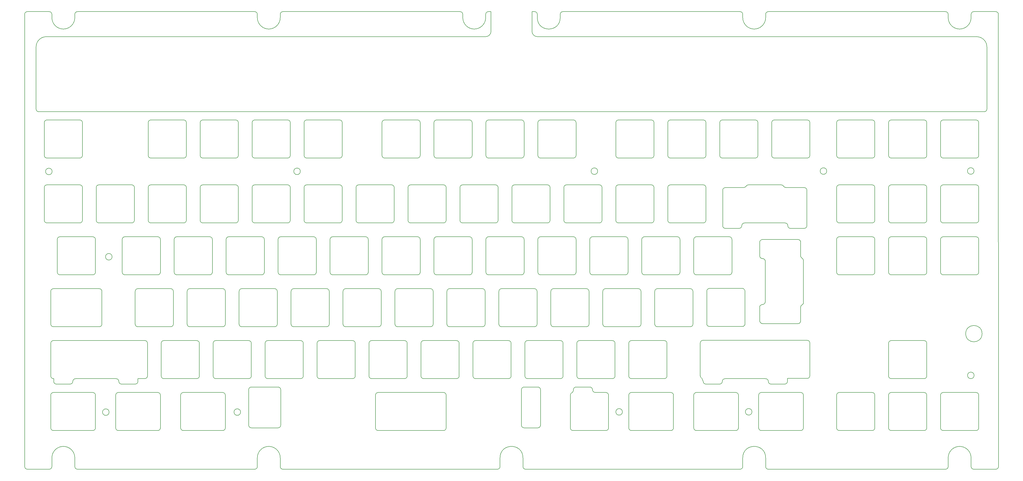
<source format=gbr>
%TF.GenerationSoftware,KiCad,Pcbnew,7.0.5*%
%TF.CreationDate,2023-07-12T21:53:11+02:00*%
%TF.ProjectId,Strata_ISO,53747261-7461-45f4-9953-4f2e6b696361,rev?*%
%TF.SameCoordinates,Original*%
%TF.FileFunction,Profile,NP*%
%FSLAX46Y46*%
G04 Gerber Fmt 4.6, Leading zero omitted, Abs format (unit mm)*
G04 Created by KiCad (PCBNEW 7.0.5) date 2023-07-12 21:53:11*
%MOMM*%
%LPD*%
G01*
G04 APERTURE LIST*
%TA.AperFunction,Profile*%
%ADD10C,0.200000*%
%TD*%
%ADD11C,0.200000*%
G04 APERTURE END LIST*
D10*
X-94985974Y116172946D02*
G75*
G03*
X-94985974Y116172946I-1200000J0D01*
G01*
X-72998752Y84859164D02*
G75*
G03*
X-72998752Y84859164I-1200000J0D01*
G01*
X-74100528Y27839480D02*
G75*
G03*
X-74100528Y27839480I-1200000J0D01*
G01*
X-25900534Y27863554D02*
G75*
G03*
X-25900534Y27863554I-1200000J0D01*
G01*
X-3985986Y116218397D02*
G75*
G03*
X-3985986Y116218397I-1200000J0D01*
G01*
X105014001Y116272838D02*
G75*
G03*
X105014001Y116272838I-1200000J0D01*
G01*
X114099449Y27933478D02*
G75*
G03*
X114099449Y27933478I-1200000J0D01*
G01*
X161599443Y27957202D02*
G75*
G03*
X161599443Y27957202I-1200000J0D01*
G01*
X189013990Y116314792D02*
G75*
G03*
X189013990Y116314792I-1200000J0D01*
G01*
X243013984Y116341763D02*
G75*
G03*
X243013984Y116341763I-1200000J0D01*
G01*
X243051451Y41325772D02*
G75*
G03*
X243051451Y41325772I-1200000J0D01*
G01*
X245969863Y56643295D02*
G75*
G03*
X245969863Y56643295I-3000000J0D01*
G01*
X143183039Y40317054D02*
X143725421Y39115369D01*
X143725368Y39115369D02*
G75*
G03*
X144725416Y38115362I1000005J-2D01*
G01*
X144725416Y38115362D02*
X149725418Y38115331D01*
X149725418Y38115415D02*
G75*
G03*
X150725425Y39115325I55J999952D01*
G01*
X151725432Y40115415D02*
G75*
G03*
X150725425Y39115325I41J-1000048D01*
G01*
X151725432Y40115319D02*
X166601440Y40115224D01*
X167601430Y39115217D02*
G75*
G03*
X166601440Y40115224I-999957J50D01*
G01*
X167601517Y39115217D02*
G75*
G03*
X168601429Y38115211I999956J-50D01*
G01*
X168601429Y38115211D02*
X173601431Y38115179D01*
X173601431Y38115202D02*
G75*
G03*
X174601438Y39115173I42J999965D01*
G01*
X174601438Y39115173D02*
X174601445Y40206226D01*
X174601445Y40206226D02*
X181834426Y40206231D01*
X181834426Y40206314D02*
G75*
G03*
X182834426Y41206232I47J999953D01*
G01*
X182834426Y41206232D02*
X182834417Y53206239D01*
X182834344Y53206239D02*
G75*
G03*
X181834416Y54206238I-999971J28D01*
G01*
X181834416Y54206238D02*
X143640645Y54206212D01*
X143640645Y54206194D02*
G75*
G03*
X142640646Y53206211I28J-1000027D01*
G01*
X142640646Y53206211D02*
X142640654Y41206204D01*
X142640698Y41206204D02*
G75*
G03*
X143183039Y40317054I999975J-37D01*
G01*
X-73197036Y54116758D02*
X-82324317Y54116816D01*
X-82324317Y54116819D02*
G75*
G03*
X-82465895Y54126840I-141210J-989952D01*
G01*
X-82465895Y54126840D02*
X-94485126Y54122755D01*
X-94485126Y54122727D02*
G75*
G03*
X-95484787Y53122755I299J-999960D01*
G01*
X-95484787Y53122755D02*
X-95484787Y41122397D01*
X-95484797Y41122397D02*
G75*
G03*
X-94484440Y40122397I999970J-30D01*
G01*
X-94484440Y40122397D02*
X-94399701Y40122427D01*
X-94399701Y40122427D02*
X-94399707Y39116885D01*
X-94399716Y39116885D02*
G75*
G03*
X-93399713Y38116878I999989J-18D01*
G01*
X-93399713Y38116878D02*
X-88399710Y38116846D01*
X-88399710Y38116843D02*
G75*
G03*
X-87399703Y39116840I-17J1000024D01*
G01*
X-86399696Y40116843D02*
G75*
G03*
X-87399703Y39116840I-31J-999976D01*
G01*
X-86399696Y40116834D02*
X-71523688Y40116740D01*
X-70523754Y39116733D02*
G75*
G03*
X-71523688Y40116740I-999973J34D01*
G01*
X-70523768Y39116733D02*
G75*
G03*
X-69523700Y38116726I1000041J34D01*
G01*
X-69523700Y38116726D02*
X-64523697Y38116694D01*
X-64523697Y38116630D02*
G75*
G03*
X-63523690Y39116688I-30J1000037D01*
G01*
X-63523690Y39116688D02*
X-63523684Y40133132D01*
X-63523684Y40133132D02*
X-61030131Y40133996D01*
X-61030131Y40133918D02*
G75*
G03*
X-60030478Y41134336I-396J1000049D01*
G01*
X-60030478Y41134336D02*
X-60034557Y53134465D01*
X-60034569Y53134465D02*
G75*
G03*
X-61034896Y54134125I-999958J-298D01*
G01*
X-61034896Y54134125D02*
X-73034896Y54130046D01*
X-73034896Y54130052D02*
G75*
G03*
X-73197036Y54116758I369J-999885D01*
G01*
X98394653Y40115658D02*
X110394660Y40115582D01*
X110394660Y40115573D02*
G75*
G03*
X111394667Y41115576I13J999994D01*
G01*
X111394667Y41115576D02*
X111394743Y53115583D01*
X111394796Y53115583D02*
G75*
G03*
X110394749Y54115590I-1000023J-16D01*
G01*
X110394749Y54115590D02*
X98394742Y54115666D01*
X98394742Y54115704D02*
G75*
G03*
X97394736Y53115672I31J-1000037D01*
G01*
X97394736Y53115672D02*
X97394659Y41115665D01*
X97394664Y41115665D02*
G75*
G03*
X98394653Y40115658I1000009J2D01*
G01*
X-20667458Y111266505D02*
G75*
G03*
X-21667465Y110266460I31J-1000038D01*
G01*
X-20667458Y111266454D02*
X-8667452Y111266378D01*
X-7667416Y110266371D02*
G75*
G03*
X-8667452Y111266378I-1000011J-4D01*
G01*
X-7667458Y110266371D02*
X-7667534Y98266365D01*
X-8667541Y97266374D02*
G75*
G03*
X-7667534Y98266365I14J999993D01*
G01*
X-8667541Y97266370D02*
X-20667547Y97266447D01*
X-21667547Y98266454D02*
G75*
G03*
X-20667547Y97266447I1000020J13D01*
G01*
X-21667541Y98266454D02*
X-21667465Y110266460D01*
X11382563Y110266250D02*
G75*
G03*
X10382559Y111266257I-999990J17D01*
G01*
X11382553Y110266250D02*
X11382476Y98266243D01*
X10382469Y97266264D02*
G75*
G03*
X11382476Y98266243I4J1000003D01*
G01*
X10382469Y97266249D02*
X-1617537Y97266326D01*
X-2617568Y98266333D02*
G75*
G03*
X-1617537Y97266326I1000041J34D01*
G01*
X-2617531Y98266333D02*
X-2617455Y110266339D01*
X-1617448Y111266395D02*
G75*
G03*
X-2617455Y110266339I21J-1000028D01*
G01*
X-1617448Y111266333D02*
X10382559Y111266257D01*
X11669810Y72166228D02*
X11669734Y60166221D01*
X11669820Y60166221D02*
G75*
G03*
X12669728Y59166214I999953J-54D01*
G01*
X12669728Y59166214D02*
X24669735Y59166138D01*
X24669735Y59166198D02*
G75*
G03*
X25669742Y60166132I38J999969D01*
G01*
X25669742Y60166132D02*
X25669818Y72166138D01*
X25669751Y72166138D02*
G75*
G03*
X24669824Y73166145I-999978J29D01*
G01*
X24669824Y73166145D02*
X12669817Y73166222D01*
X12669817Y73166230D02*
G75*
G03*
X11669810Y72166228I-44J-999963D01*
G01*
X88869858Y73165788D02*
G75*
G03*
X87869852Y72165743I15J-1000021D01*
G01*
X88869858Y73165737D02*
X100869865Y73165660D01*
X101869866Y72165654D02*
G75*
G03*
X100869865Y73165660I-999993J13D01*
G01*
X101869859Y72165654D02*
X101869783Y60165647D01*
X100869776Y59165657D02*
G75*
G03*
X101869783Y60165647I-3J1000010D01*
G01*
X100869776Y59165653D02*
X88869769Y59165729D01*
X87869735Y60165736D02*
G75*
G03*
X88869769Y59165729I1000038J31D01*
G01*
X87869775Y60165736D02*
X87869852Y72165743D01*
X-26430337Y60166463D02*
G75*
G03*
X-25430292Y59166457I1000010J4D01*
G01*
X-26430286Y60166463D02*
X-26430210Y72166470D01*
X-25430203Y73166450D02*
G75*
G03*
X-26430210Y72166470I-24J-999983D01*
G01*
X-25430203Y73166464D02*
X-13430197Y73166388D01*
X-12430206Y72166381D02*
G75*
G03*
X-13430197Y73166388I-1000021J-14D01*
G01*
X-12430203Y72166381D02*
X-12430279Y60166374D01*
X-13430286Y59166319D02*
G75*
G03*
X-12430279Y60166374I-41J1000048D01*
G01*
X-13430286Y59166380D02*
X-25430292Y59166457D01*
X-56293051Y21066685D02*
G75*
G03*
X-55293045Y22066627I24J999982D01*
G01*
X-56293051Y21066632D02*
X-70674309Y21066724D01*
X-71674370Y22066731D02*
G75*
G03*
X-70674309Y21066724I1000043J36D01*
G01*
X-71674303Y22066731D02*
X-71674227Y34066737D01*
X-70674220Y35066767D02*
G75*
G03*
X-71674227Y34066737I-7J-1000000D01*
G01*
X-70674220Y35066731D02*
X-56292962Y35066640D01*
X-55292954Y34066633D02*
G75*
G03*
X-56292962Y35066640I-999973J34D01*
G01*
X-55292968Y34066633D02*
X-55293045Y22066627D01*
X22194701Y54116146D02*
G75*
G03*
X21194694Y53116157I-28J-999979D01*
G01*
X22194701Y54116151D02*
X34194708Y54116074D01*
X35194680Y53116068D02*
G75*
G03*
X34194708Y54116074I-1000007J-1D01*
G01*
X35194702Y53116068D02*
X35194626Y41116061D01*
X34194619Y40116114D02*
G75*
G03*
X35194626Y41116061I54J999953D01*
G01*
X34194619Y40116067D02*
X22194612Y40116143D01*
X21194549Y41116150D02*
G75*
G03*
X22194612Y40116143I1000024J17D01*
G01*
X21194618Y41116150D02*
X21194694Y53116157D01*
X49482497Y98266001D02*
X49482573Y110266007D01*
X49482620Y110266007D02*
G75*
G03*
X48482579Y111266014I-1000047J-40D01*
G01*
X48482579Y111266014D02*
X36482573Y111266091D01*
X36482573Y111266074D02*
G75*
G03*
X35482566Y110266097I0J-1000007D01*
G01*
X35482566Y110266097D02*
X35482489Y98266090D01*
X35482489Y98266090D02*
G75*
G03*
X36482484Y97266083I999984J-23D01*
G01*
X36482484Y97266083D02*
X48482490Y97266007D01*
X48482490Y97265943D02*
G75*
G03*
X49482497Y98266001I-17J1000024D01*
G01*
X-27717311Y135079012D02*
X-39717317Y135079088D01*
X-39717317Y135079064D02*
G75*
G03*
X-40717324Y134079094I-10J-999997D01*
G01*
X-40717324Y134079094D02*
X-40717400Y122079088D01*
X-40717413Y122079088D02*
G75*
G03*
X-39717406Y121079081I999986J-21D01*
G01*
X-39717406Y121079081D02*
X-27717400Y121079005D01*
X-27717400Y121078933D02*
G75*
G03*
X-26717393Y122078999I-27J1000034D01*
G01*
X-26717393Y122078999D02*
X-26717316Y134079005D01*
X-26717282Y134079005D02*
G75*
G03*
X-27717311Y135079012I-1000045J-38D01*
G01*
X68532507Y98265880D02*
X68532584Y110265886D01*
X68532599Y110265886D02*
G75*
G03*
X67532589Y111265893I-1000026J-19D01*
G01*
X67532589Y111265893D02*
X55532583Y111265970D01*
X55532583Y111265964D02*
G75*
G03*
X54532576Y110265975I-10J-999997D01*
G01*
X54532576Y110265975D02*
X54532500Y98265969D01*
X54532468Y98265969D02*
G75*
G03*
X55532494Y97265962I1000005J-2D01*
G01*
X55532494Y97265962D02*
X67532500Y97265886D01*
X67532500Y97265833D02*
G75*
G03*
X68532507Y98265880I-27J1000034D01*
G01*
X46007640Y121078535D02*
X58007647Y121078459D01*
X58007647Y121078486D02*
G75*
G03*
X59007654Y122078453I26J999981D01*
G01*
X59007654Y122078453D02*
X59007730Y134078460D01*
X59007773Y134078460D02*
G75*
G03*
X58007736Y135078467I-1000000J7D01*
G01*
X58007736Y135078467D02*
X46007729Y135078543D01*
X46007729Y135078518D02*
G75*
G03*
X45007722Y134078549I-56J-999951D01*
G01*
X45007722Y134078549D02*
X45007646Y122078542D01*
X45007641Y122078542D02*
G75*
G03*
X46007640Y121078535I1000032J25D01*
G01*
X-39717469Y111266615D02*
G75*
G03*
X-40717475Y110266581I42J-1000048D01*
G01*
X-39717469Y111266576D02*
X-27717462Y111266499D01*
X-26717395Y110266492D02*
G75*
G03*
X-27717462Y111266499I-1000032J-25D01*
G01*
X-26717468Y110266492D02*
X-26717544Y98266486D01*
X-27717551Y97266484D02*
G75*
G03*
X-26717544Y98266486I24J999983D01*
G01*
X-27717551Y97266492D02*
X-39717558Y97266568D01*
X-40717526Y98266575D02*
G75*
G03*
X-39717558Y97266568I999999J-8D01*
G01*
X-40717552Y98266575D02*
X-40717475Y110266581D01*
X231745241Y121077354D02*
X243745247Y121077277D01*
X243745247Y121077286D02*
G75*
G03*
X244745254Y122077271I26J999981D01*
G01*
X244745254Y122077271D02*
X244745330Y134077278D01*
X244745391Y134077278D02*
G75*
G03*
X243745336Y135077285I-1000018J-11D01*
G01*
X243745336Y135077285D02*
X231745330Y135077361D01*
X231745330Y135077417D02*
G75*
G03*
X230745323Y134077367I43J-1000050D01*
G01*
X230745323Y134077367D02*
X230745246Y122077360D01*
X230745260Y122077360D02*
G75*
G03*
X231745241Y121077354I1000013J7D01*
G01*
X193645220Y121077596D02*
X205645226Y121077520D01*
X205645226Y121077607D02*
G75*
G03*
X206645233Y122077514I47J999960D01*
G01*
X206645233Y122077514D02*
X206645310Y134077520D01*
X206645233Y134077520D02*
G75*
G03*
X205645315Y135077527I-999960J47D01*
G01*
X205645315Y135077527D02*
X193645309Y135077604D01*
X193645309Y135077538D02*
G75*
G03*
X192645302Y134077609I-36J-999971D01*
G01*
X192645302Y134077609D02*
X192645226Y122077603D01*
X192645302Y122077603D02*
G75*
G03*
X193645220Y121077596I999971J-36D01*
G01*
X-46767321Y135079133D02*
X-58767327Y135079210D01*
X-58767327Y135079174D02*
G75*
G03*
X-59767334Y134079216I0J-1000007D01*
G01*
X-59767334Y134079216D02*
X-59767411Y122079209D01*
X-59767392Y122079209D02*
G75*
G03*
X-58767416Y121079202I999965J-42D01*
G01*
X-58767416Y121079202D02*
X-46767410Y121079126D01*
X-46767410Y121079143D02*
G75*
G03*
X-45767403Y122079120I-17J1000024D01*
G01*
X-45767403Y122079120D02*
X-45767327Y134079126D01*
X-45767361Y134079126D02*
G75*
G03*
X-46767321Y135079133I-999966J41D01*
G01*
X-8667389Y121078822D02*
G75*
G03*
X-7667382Y122078878I-38J1000045D01*
G01*
X-8667389Y121078883D02*
X-20667396Y121078960D01*
X-21667434Y122078967D02*
G75*
G03*
X-20667396Y121078960I1000007J0D01*
G01*
X-21667390Y122078967D02*
X-21667314Y134078973D01*
X-20667307Y135078954D02*
G75*
G03*
X-21667314Y134078973I-20J-999987D01*
G01*
X-20667307Y135078967D02*
X-8667300Y135078891D01*
X-7667303Y134078884D02*
G75*
G03*
X-8667300Y135078891I-1000024J-17D01*
G01*
X-7667306Y134078884D02*
X-7667382Y122078878D01*
X212695079Y97264962D02*
X224695085Y97264886D01*
X224695085Y97264848D02*
G75*
G03*
X225695092Y98264880I-12J1000019D01*
G01*
X225695092Y98264880D02*
X225695168Y110264886D01*
X225695199Y110264886D02*
G75*
G03*
X224695174Y111264893I-1000026J-19D01*
G01*
X224695174Y111264893D02*
X212695168Y111264969D01*
X212695168Y111264979D02*
G75*
G03*
X211695161Y110264975I5J-1000012D01*
G01*
X211695161Y110264975D02*
X211695085Y98264969D01*
X211695068Y98264969D02*
G75*
G03*
X212695079Y97264962I1000005J-2D01*
G01*
X-84867493Y111266863D02*
X-96867499Y111266939D01*
X-96867499Y111266936D02*
G75*
G03*
X-97867506Y110266945I-8J-999999D01*
G01*
X-97867506Y110266945D02*
X-97867583Y98266939D01*
X-97867662Y98266939D02*
G75*
G03*
X-96867588Y97266932I1000035J28D01*
G01*
X-96867588Y97266932D02*
X-84867582Y97266855D01*
X-84867582Y97266915D02*
G75*
G03*
X-83867575Y98266850I55J999952D01*
G01*
X-83867575Y98266850D02*
X-83867499Y110266856D01*
X-83867531Y110266856D02*
G75*
G03*
X-84867493Y111266863I-999996J11D01*
G01*
X169832707Y121077748D02*
X181832714Y121077671D01*
X181832714Y121077620D02*
G75*
G03*
X182832720Y122077665I-41J1000047D01*
G01*
X182832720Y122077665D02*
X182832797Y134077672D01*
X182832785Y134077672D02*
G75*
G03*
X181832803Y135077679I-1000012J-5D01*
G01*
X181832803Y135077679D02*
X169832796Y135077755D01*
X169832796Y135077751D02*
G75*
G03*
X168832789Y134077761I-23J-999984D01*
G01*
X168832789Y134077761D02*
X168832713Y122077754D01*
X168832654Y122077754D02*
G75*
G03*
X169832707Y121077748I1000019J13D01*
G01*
X212695230Y121077475D02*
X224695237Y121077398D01*
X224695237Y121077396D02*
G75*
G03*
X225695244Y122077393I36J999971D01*
G01*
X225695244Y122077393D02*
X225695320Y134077399D01*
X225695312Y134077399D02*
G75*
G03*
X224695326Y135077406I-1000039J-32D01*
G01*
X224695326Y135077406D02*
X212695319Y135077482D01*
X212695319Y135077428D02*
G75*
G03*
X211695312Y134077488I-46J-999961D01*
G01*
X211695312Y134077488D02*
X211695236Y122077482D01*
X211695281Y122077482D02*
G75*
G03*
X212695230Y121077475I999992J-15D01*
G01*
X-45767574Y110266614D02*
G75*
G03*
X-46767472Y111266620I-999953J53D01*
G01*
X-45767478Y110266614D02*
X-45767555Y98266607D01*
X-46767561Y97266595D02*
G75*
G03*
X-45767555Y98266607I34J999972D01*
G01*
X-46767561Y97266613D02*
X-58767568Y97266689D01*
X-59767505Y98266696D02*
G75*
G03*
X-58767568Y97266689I999978J-29D01*
G01*
X-59767562Y98266696D02*
X-59767486Y110266703D01*
X-58767479Y111266626D02*
G75*
G03*
X-59767486Y110266703I-48J-999959D01*
G01*
X-58767479Y111266697D02*
X-46767472Y111266620D01*
X205645164Y111265014D02*
X193645157Y111265091D01*
X193645157Y111265089D02*
G75*
G03*
X192645151Y110265097I16J-1000022D01*
G01*
X192645151Y110265097D02*
X192645074Y98265090D01*
X192645089Y98265090D02*
G75*
G03*
X193645068Y97265083I999984J-23D01*
G01*
X193645068Y97265083D02*
X205645075Y97265007D01*
X205645075Y97264958D02*
G75*
G03*
X206645082Y98265001I-2J1000009D01*
G01*
X206645082Y98265001D02*
X206645158Y110265007D01*
X206645220Y110265007D02*
G75*
G03*
X205645164Y111265014I-1000047J-40D01*
G01*
X230745171Y110264854D02*
X230745095Y98264848D01*
X230745047Y98264848D02*
G75*
G03*
X231745089Y97264841I1000026J19D01*
G01*
X231745089Y97264841D02*
X243745095Y97264764D01*
X243745095Y97264738D02*
G75*
G03*
X244745102Y98264759I-22J1000029D01*
G01*
X244745102Y98264759D02*
X244745179Y110264765D01*
X244745178Y110264765D02*
G75*
G03*
X243745185Y111264772I-1000005J2D01*
G01*
X243745185Y111264772D02*
X231745178Y111264848D01*
X231745178Y111264869D02*
G75*
G03*
X230745171Y110264854I-5J-1000002D01*
G01*
X29432569Y111266136D02*
X17432562Y111266212D01*
X17432562Y111266185D02*
G75*
G03*
X16432555Y110266218I11J-1000018D01*
G01*
X16432555Y110266218D02*
X16432479Y98266211D01*
X16432510Y98266211D02*
G75*
G03*
X17432473Y97266204I999963J-44D01*
G01*
X17432473Y97266204D02*
X29432480Y97266128D01*
X29432480Y97266153D02*
G75*
G03*
X30432487Y98266122I-7J1000014D01*
G01*
X30432487Y98266122D02*
X30432563Y110266129D01*
X30432542Y110266129D02*
G75*
G03*
X29432569Y111266136I-999969J38D01*
G01*
X130732769Y134078003D02*
X130732692Y122077997D01*
X130732696Y122077997D02*
G75*
G03*
X131732687Y121077990I999977J-30D01*
G01*
X131732687Y121077990D02*
X143732693Y121077914D01*
X143732693Y121077840D02*
G75*
G03*
X144732700Y122077908I-20J1000027D01*
G01*
X144732700Y122077908D02*
X144732776Y134077914D01*
X144732727Y134077914D02*
G75*
G03*
X143732782Y135077921I-999954J53D01*
G01*
X143732782Y135077921D02*
X131732776Y135077997D01*
X131732776Y135077971D02*
G75*
G03*
X130732769Y134078003I-3J-1000004D01*
G01*
X-92105207Y78216891D02*
X-80105201Y78216815D01*
X-80105201Y78216814D02*
G75*
G03*
X-79105194Y79216809I4J1000003D01*
G01*
X-79105194Y79216809D02*
X-79105117Y91216815D01*
X-79105172Y91216815D02*
G75*
G03*
X-80105112Y92216822I-999955J52D01*
G01*
X-80105112Y92216822D02*
X-92105118Y92216899D01*
X-92105118Y92216895D02*
G75*
G03*
X-93105125Y91216904I-9J-999998D01*
G01*
X-93105125Y91216904D02*
X-93105201Y79216898D01*
X-93105203Y79216898D02*
G75*
G03*
X-92105207Y78216891I999976J-31D01*
G01*
X-64530231Y72166712D02*
X-64530307Y60166706D01*
X-64530295Y60166706D02*
G75*
G03*
X-63530313Y59166699I999968J-39D01*
G01*
X-63530313Y59166699D02*
X-51530306Y59166623D01*
X-51530306Y59166640D02*
G75*
G03*
X-50530300Y60166617I-21J1000027D01*
G01*
X-50530300Y60166617D02*
X-50530223Y72166623D01*
X-50530264Y72166623D02*
G75*
G03*
X-51530217Y73166630I-999963J44D01*
G01*
X-51530217Y73166630D02*
X-63530224Y73166707D01*
X-63530224Y73166671D02*
G75*
G03*
X-64530231Y72166712I-3J-1000004D01*
G01*
X5619724Y59166309D02*
G75*
G03*
X6619731Y60166253I49J999958D01*
G01*
X5619724Y59166259D02*
X-6380282Y59166335D01*
X-7380259Y60166342D02*
G75*
G03*
X-6380282Y59166335I1000032J25D01*
G01*
X-7380276Y60166342D02*
X-7380200Y72166349D01*
X-6380193Y73166340D02*
G75*
G03*
X-7380200Y72166349I-34J-999973D01*
G01*
X-6380193Y73166343D02*
X5619814Y73166267D01*
X6619773Y72166260D02*
G75*
G03*
X5619814Y73166267I-1000000J7D01*
G01*
X6619808Y72166260D02*
X6619731Y60166253D01*
X46007457Y92216090D02*
G75*
G03*
X45007450Y91216026I16J-1000023D01*
G01*
X46007457Y92216020D02*
X58007463Y92215943D01*
X59007449Y91215937D02*
G75*
G03*
X58007463Y92215943I-999976J30D01*
G01*
X59007457Y91215937D02*
X59007381Y79215930D01*
X58007374Y78215959D02*
G75*
G03*
X59007381Y79215930I-1J1000008D01*
G01*
X58007374Y78215936D02*
X46007367Y78216012D01*
X45007418Y79216019D02*
G75*
G03*
X46007367Y78216012I999955J-52D01*
G01*
X45007373Y79216019D02*
X45007450Y91216026D01*
X162782792Y135077800D02*
X150782786Y135077876D01*
X150782786Y135077861D02*
G75*
G03*
X149782779Y134077882I-13J-999994D01*
G01*
X149782779Y134077882D02*
X149782703Y122077876D01*
X149782675Y122077876D02*
G75*
G03*
X150782697Y121077869I999998J-9D01*
G01*
X150782697Y121077869D02*
X162782703Y121077792D01*
X162782703Y121077730D02*
G75*
G03*
X163782710Y122077787I-30J1000037D01*
G01*
X163782710Y122077787D02*
X163782787Y134077793D01*
X163782806Y134077793D02*
G75*
G03*
X162782792Y135077800I-1000033J-26D01*
G01*
X-77817489Y111266816D02*
G75*
G03*
X-78817496Y110266824I-8J-999999D01*
G01*
X-77817489Y111266818D02*
X-65817483Y111266742D01*
X-64817552Y110266735D02*
G75*
G03*
X-65817483Y111266742I-999975J32D01*
G01*
X-64817488Y110266735D02*
X-64817565Y98266728D01*
X-65817572Y97266805D02*
G75*
G03*
X-64817565Y98266728I45J999962D01*
G01*
X-65817572Y97266734D02*
X-77817578Y97266810D01*
X-78817484Y98266817D02*
G75*
G03*
X-77817578Y97266810I999957J-50D01*
G01*
X-78817572Y98266817D02*
X-78817496Y110266824D01*
X105632610Y111265651D02*
X93632603Y111265727D01*
X93632603Y111265743D02*
G75*
G03*
X92632597Y110265733I-30J-999976D01*
G01*
X92632597Y110265733D02*
X92632520Y98265726D01*
X92632426Y98265726D02*
G75*
G03*
X93632514Y97265720I1000047J41D01*
G01*
X93632514Y97265720D02*
X105632521Y97265643D01*
X105632521Y97265712D02*
G75*
G03*
X106632528Y98265637I52J999955D01*
G01*
X106632528Y98265637D02*
X106632604Y110265644D01*
X106632557Y110265644D02*
G75*
G03*
X105632610Y111265651I-999984J23D01*
G01*
X64057397Y79215898D02*
G75*
G03*
X65057378Y78215891I999976J-31D01*
G01*
X64057384Y79215898D02*
X64057460Y91215904D01*
X65057467Y92215880D02*
G75*
G03*
X64057460Y91215904I6J-1000013D01*
G01*
X65057467Y92215899D02*
X77057473Y92215822D01*
X78057428Y91215815D02*
G75*
G03*
X77057473Y92215822I-999955J52D01*
G01*
X78057467Y91215815D02*
X78057391Y79215809D01*
X77057384Y78215749D02*
G75*
G03*
X78057391Y79215809I-11J1000018D01*
G01*
X77057384Y78215815D02*
X65057378Y78215891D01*
X96107395Y78215639D02*
G75*
G03*
X97107401Y79215688I-22J1000028D01*
G01*
X96107395Y78215693D02*
X84107388Y78215770D01*
X83107376Y79215777D02*
G75*
G03*
X84107388Y78215770I999997J-10D01*
G01*
X83107394Y79215777D02*
X83107470Y91215783D01*
X84107477Y92215770D02*
G75*
G03*
X83107470Y91215783I-4J-1000003D01*
G01*
X84107477Y92215777D02*
X96107484Y92215701D01*
X97107507Y91215694D02*
G75*
G03*
X96107484Y92215701I-1000034J-27D01*
G01*
X97107478Y91215694D02*
X97107401Y79215688D01*
X84075860Y36065747D02*
G75*
G03*
X83075876Y37065754I-999987J20D01*
G01*
X84075870Y36065747D02*
X84075787Y23065740D01*
X83075780Y22065753D02*
G75*
G03*
X84075787Y23065740I-7J1000014D01*
G01*
X83075780Y22065746D02*
X78075777Y22065778D01*
X77075784Y23065785D02*
G75*
G03*
X78075777Y22065778I999989J-18D01*
G01*
X77075783Y23065785D02*
X77075866Y36065792D01*
X78075873Y37065774D02*
G75*
G03*
X77075866Y36065792I0J-1000007D01*
G01*
X78075873Y37065786D02*
X83075876Y37065754D01*
X-30192585Y92216431D02*
G75*
G03*
X-31192591Y91216511I-42J-999964D01*
G01*
X-30192585Y92216505D02*
X-18192578Y92216428D01*
X-17192666Y91216421D02*
G75*
G03*
X-18192578Y92216428I-999961J46D01*
G01*
X-17192584Y91216421D02*
X-17192660Y79216415D01*
X-18192667Y78216500D02*
G75*
G03*
X-17192660Y79216415I40J999967D01*
G01*
X-18192667Y78216421D02*
X-30192674Y78216497D01*
X-31192597Y79216504D02*
G75*
G03*
X-30192674Y78216497I999970J-37D01*
G01*
X-31192668Y79216504D02*
X-31192591Y91216511D01*
X116444533Y22065534D02*
G75*
G03*
X117444542Y21065527I1000040J33D01*
G01*
X116444548Y22065534D02*
X116444625Y34065540D01*
X117444631Y35065515D02*
G75*
G03*
X116444625Y34065540I-58J-999948D01*
G01*
X117444631Y35065534D02*
X131825889Y35065443D01*
X132825849Y34065436D02*
G75*
G03*
X131825889Y35065443I-999976J31D01*
G01*
X132825883Y34065436D02*
X132825807Y22065430D01*
X131825800Y21065433D02*
G75*
G03*
X132825807Y22065430I-27J1000034D01*
G01*
X131825800Y21065435D02*
X117444542Y21065527D01*
X244744617Y22064717D02*
X244744694Y34064724D01*
X244744637Y34064724D02*
G75*
G03*
X243744700Y35064731I-999964J43D01*
G01*
X243744700Y35064731D02*
X231744693Y35064807D01*
X231744693Y35064754D02*
G75*
G03*
X230744686Y34064813I-20J-999987D01*
G01*
X230744686Y34064813D02*
X230744610Y22064806D01*
X230744606Y22064806D02*
G75*
G03*
X231744604Y21064800I999967J-39D01*
G01*
X231744604Y21064800D02*
X243744611Y21064723D01*
X243744611Y21064723D02*
G75*
G03*
X244744617Y22064717I-38J1000044D01*
G01*
X16144702Y53116189D02*
G75*
G03*
X15144697Y54116196I-1000029J-22D01*
G01*
X16144692Y53116189D02*
X16144615Y41116182D01*
X15144608Y40116125D02*
G75*
G03*
X16144615Y41116182I-35J1000042D01*
G01*
X15144608Y40116188D02*
X3144602Y40116264D01*
X2144570Y41116271D02*
G75*
G03*
X3144602Y40116264I1000003J-4D01*
G01*
X2144608Y41116271D02*
X2144684Y53116278D01*
X3144691Y54116256D02*
G75*
G03*
X2144684Y53116278I-18J-999989D01*
G01*
X3144691Y54116272D02*
X15144697Y54116196D01*
X79344643Y40115780D02*
X91344650Y40115703D01*
X91344650Y40115684D02*
G75*
G03*
X92344656Y41115697I23J999983D01*
G01*
X92344656Y41115697D02*
X92344733Y53115704D01*
X92344817Y53115704D02*
G75*
G03*
X91344739Y54115711I-1000044J-37D01*
G01*
X91344739Y54115711D02*
X79344732Y54115787D01*
X79344732Y54115815D02*
G75*
G03*
X78344725Y53115793I41J-1000048D01*
G01*
X78344725Y53115793D02*
X78344649Y41115786D01*
X78344686Y41115786D02*
G75*
G03*
X79344643Y40115780I999987J-19D01*
G01*
X77057657Y121078376D02*
G75*
G03*
X78057664Y122078332I16J999991D01*
G01*
X77057657Y121078338D02*
X65057650Y121078414D01*
X64057720Y122078421D02*
G75*
G03*
X65057650Y121078414I999953J-54D01*
G01*
X64057656Y122078421D02*
X64057733Y134078428D01*
X65057740Y135078507D02*
G75*
G03*
X64057733Y134078428I33J-1000040D01*
G01*
X65057740Y135078422D02*
X77057746Y135078345D01*
X78057751Y134078338D02*
G75*
G03*
X77057746Y135078345I-999978J29D01*
G01*
X78057740Y134078338D02*
X78057664Y122078332D01*
X95013363Y34065677D02*
X95013287Y22065670D01*
X95013269Y22065670D02*
G75*
G03*
X96013281Y21065663I1000004J-3D01*
G01*
X96013281Y21065663D02*
X108013287Y21065587D01*
X108013287Y21065546D02*
G75*
G03*
X109013294Y22065581I-14J1000021D01*
G01*
X109013294Y22065581D02*
X109013371Y34065588D01*
X109013400Y34065588D02*
G75*
G03*
X108013376Y35065594I-1000027J-21D01*
G01*
X108013376Y35065594D02*
X104132124Y35065619D01*
X103132125Y36065626D02*
G75*
G03*
X104132124Y35065619I1000048J41D01*
G01*
X103132139Y36065626D02*
G75*
G03*
X102132136Y37065633I-999966J41D01*
G01*
X102132136Y37065633D02*
X97132133Y37065665D01*
X97132133Y37065714D02*
G75*
G03*
X96132126Y36065671I40J-1000047D01*
G01*
X96132126Y36065671D02*
X96132125Y35861053D01*
X95572729Y34963395D02*
G75*
G03*
X96132125Y35861053I-440556J897672D01*
G01*
X95572743Y34963367D02*
G75*
G03*
X95013363Y34065677I440630J-897700D01*
G01*
X69819759Y59165850D02*
X81819766Y59165774D01*
X81819766Y59165768D02*
G75*
G03*
X82819772Y60165768I7J999999D01*
G01*
X82819772Y60165768D02*
X82819849Y72165775D01*
X82819888Y72165775D02*
G75*
G03*
X81819855Y73165782I-1000015J-8D01*
G01*
X81819855Y73165782D02*
X69819848Y73165858D01*
X69819848Y73165899D02*
G75*
G03*
X68819841Y72165864I25J-1000032D01*
G01*
X68819841Y72165864D02*
X68819765Y60165857D01*
X68819756Y60165857D02*
G75*
G03*
X69819759Y59165850I1000017J10D01*
G01*
X116157486Y91215573D02*
G75*
G03*
X115157494Y92215580I-1000013J-6D01*
G01*
X116157488Y91215573D02*
X116157412Y79215566D01*
X115157405Y78215528D02*
G75*
G03*
X116157412Y79215566I-32J1000039D01*
G01*
X115157405Y78215572D02*
X103157398Y78215649D01*
X102157355Y79215656D02*
G75*
G03*
X103157398Y78215649I1000018J11D01*
G01*
X102157404Y79215656D02*
X102157481Y91215662D01*
X103157487Y92215659D02*
G75*
G03*
X102157481Y91215662I-14J-999992D01*
G01*
X103157487Y92215656D02*
X115157494Y92215580D01*
X-45480220Y72166591D02*
X-45480297Y60166585D01*
X-45480316Y60166585D02*
G75*
G03*
X-44480303Y59166578I999989J-18D01*
G01*
X-44480303Y59166578D02*
X-32480296Y59166501D01*
X-32480296Y59166429D02*
G75*
G03*
X-31480289Y60166496I-31J1000038D01*
G01*
X-31480289Y60166496D02*
X-31480213Y72166502D01*
X-31480185Y72166502D02*
G75*
G03*
X-32480207Y73166509I-1000042J-35D01*
G01*
X-32480207Y73166509D02*
X-44480214Y73166585D01*
X-44480214Y73166560D02*
G75*
G03*
X-45480220Y72166591I-13J-999993D01*
G01*
X24575831Y35066216D02*
G75*
G03*
X23575824Y34066131I42J-1000049D01*
G01*
X24575831Y35066125D02*
X48482094Y35065973D01*
X49482079Y34065966D02*
G75*
G03*
X48482094Y35065973I-1000006J1D01*
G01*
X49482088Y34065966D02*
X49482012Y22065960D01*
X48482005Y21065928D02*
G75*
G03*
X49482012Y22065960I-32J1000039D01*
G01*
X48482005Y21065966D02*
X24575742Y21066118D01*
X23575724Y22066125D02*
G75*
G03*
X24575742Y21066118I1000049J42D01*
G01*
X23575748Y22066125D02*
X23575824Y34066131D01*
X6907429Y91216268D02*
X6907353Y79216262D01*
X6907361Y79216262D02*
G75*
G03*
X7907347Y78216255I1000012J5D01*
G01*
X7907347Y78216255D02*
X19907353Y78216178D01*
X19907353Y78216180D02*
G75*
G03*
X20907360Y79216173I20J999987D01*
G01*
X20907360Y79216173D02*
X20907437Y91216179D01*
X20907492Y91216179D02*
G75*
G03*
X19907442Y92216186I-1000019J-12D01*
G01*
X19907442Y92216186D02*
X7907436Y92216262D01*
X7907436Y92216311D02*
G75*
G03*
X6907429Y91216268I37J-1000044D01*
G01*
X-47861714Y34066586D02*
X-47861791Y22066579D01*
X-47861822Y22066579D02*
G75*
G03*
X-46861796Y21066572I999995J-12D01*
G01*
X-46861796Y21066572D02*
X-32480539Y21066481D01*
X-32480539Y21066472D02*
G75*
G03*
X-31480532Y22066475I12J999995D01*
G01*
X-31480532Y22066475D02*
X-31480455Y34066481D01*
X-31480406Y34066481D02*
G75*
G03*
X-32480449Y35066488I-1000021J-14D01*
G01*
X-32480449Y35066488D02*
X-46861707Y35066580D01*
X-46861707Y35066554D02*
G75*
G03*
X-47861714Y34066586I-20J-999987D01*
G01*
X60294722Y54115825D02*
G75*
G03*
X59294715Y53115914I-49J-999958D01*
G01*
X60294722Y54115908D02*
X72294728Y54115832D01*
X73294638Y53115825D02*
G75*
G03*
X72294728Y54115832I-999965J42D01*
G01*
X73294722Y53115825D02*
X73294646Y41115819D01*
X72294639Y40115894D02*
G75*
G03*
X73294646Y41115819I34J999973D01*
G01*
X72294639Y40115824D02*
X60294633Y40115901D01*
X59294707Y41115908D02*
G75*
G03*
X60294633Y40115901I999966J-41D01*
G01*
X59294639Y41115908D02*
X59294715Y53115914D01*
X-22924180Y23066421D02*
G75*
G03*
X-21924277Y22066414I999953J-54D01*
G01*
X-22924271Y23066421D02*
X-22924188Y36066428D01*
X-21924181Y37066428D02*
G75*
G03*
X-22924188Y36066428I-46J-999961D01*
G01*
X-21924181Y37066422D02*
X-12167926Y37066360D01*
X-11167934Y36066353D02*
G75*
G03*
X-12167926Y37066360I-999993J14D01*
G01*
X-11167932Y36066353D02*
X-11168014Y23066346D01*
X-12168021Y22066354D02*
G75*
G03*
X-11168014Y23066346I-6J1000013D01*
G01*
X-12168021Y22066352D02*
X-21924277Y22066414D01*
X193645036Y92215111D02*
G75*
G03*
X192645029Y91215086I37J-1000044D01*
G01*
X193645036Y92215080D02*
X205645043Y92215004D01*
X206645110Y91214997D02*
G75*
G03*
X205645043Y92215004I-1000037J-30D01*
G01*
X206645037Y91214997D02*
X206644961Y79214991D01*
X205644954Y78214979D02*
G75*
G03*
X206644961Y79214991I19J999988D01*
G01*
X205644954Y78214996D02*
X193644947Y78215073D01*
X192644979Y79215080D02*
G75*
G03*
X193644947Y78215073I999994J-13D01*
G01*
X192644953Y79215080D02*
X192645029Y91215086D01*
X224694689Y35064852D02*
X212694683Y35064928D01*
X212694683Y35064964D02*
G75*
G03*
X211694676Y34064934I-10J-999997D01*
G01*
X211694676Y34064934D02*
X211694600Y22064928D01*
X211694527Y22064928D02*
G75*
G03*
X212694594Y21064921I1000046J39D01*
G01*
X212694594Y21064921D02*
X224694600Y21064844D01*
X224694600Y21064833D02*
G75*
G03*
X225694607Y22064839I-27J1000034D01*
G01*
X225694607Y22064839D02*
X225694684Y34064845D01*
X225694658Y34064845D02*
G75*
G03*
X224694689Y35064852I-999985J22D01*
G01*
X-94486822Y21066875D02*
X-80105564Y21066784D01*
X-80105564Y21066797D02*
G75*
G03*
X-79105557Y22066778I37J999970D01*
G01*
X-79105557Y22066778D02*
X-79105481Y34066785D01*
X-79105503Y34066785D02*
G75*
G03*
X-80105475Y35066791I-1000024J-18D01*
G01*
X-80105475Y35066791D02*
X-94486733Y35066883D01*
X-94486733Y35066880D02*
G75*
G03*
X-95486740Y34066889I6J-1000013D01*
G01*
X-95486740Y34066889D02*
X-95486816Y22066882D01*
X-95486819Y22066882D02*
G75*
G03*
X-94486822Y21066875I999992J-15D01*
G01*
X181745556Y96265158D02*
X181745638Y109265165D01*
X181745678Y109265165D02*
G75*
G03*
X180745644Y110265172I-1000005J2D01*
G01*
X180745644Y110265172D02*
X174039691Y110265215D01*
X173173671Y110765222D02*
G75*
G03*
X174039691Y110265215I866002J499945D01*
G01*
X173173675Y110765225D02*
G75*
G03*
X172307646Y111265226I-866002J-499958D01*
G01*
X172307646Y111265226D02*
X160307639Y111265303D01*
X160307639Y111265320D02*
G75*
G03*
X159441610Y110765308I34J-1000053D01*
G01*
X158575581Y110265278D02*
G75*
G03*
X159441610Y110765308I-8J999989D01*
G01*
X158575581Y110265313D02*
X151869629Y110265356D01*
X151869629Y110265318D02*
G75*
G03*
X150869622Y109265362I-56J-999951D01*
G01*
X150869622Y109265362D02*
X150869539Y96265355D01*
X150869554Y96265355D02*
G75*
G03*
X151869533Y95265348I1000019J12D01*
G01*
X151869533Y95265348D02*
X156869536Y95265316D01*
X156869536Y95265297D02*
G75*
G03*
X157869543Y96265310I37J999970D01*
G01*
X158869550Y97265297D02*
G75*
G03*
X157869543Y96265310I23J-1000030D01*
G01*
X158869550Y97265304D02*
X173745558Y97265210D01*
X174745616Y96265203D02*
G75*
G03*
X173745558Y97265210I-1000043J-36D01*
G01*
X174745602Y96265203D02*
G75*
G03*
X175745546Y95265196I999971J-36D01*
G01*
X175745546Y95265196D02*
X180745549Y95265164D01*
X180745549Y95265184D02*
G75*
G03*
X181745556Y96265158I24J999983D01*
G01*
X31719828Y73166019D02*
G75*
G03*
X30719821Y72166106I-55J-999952D01*
G01*
X31719828Y73166100D02*
X43719834Y73166024D01*
X44719830Y72166017D02*
G75*
G03*
X43719834Y73166024I-999957J50D01*
G01*
X44719828Y72166017D02*
X44719752Y60166011D01*
X43719745Y59165988D02*
G75*
G03*
X44719752Y60166011I28J999979D01*
G01*
X43719745Y59166017D02*
X31719739Y59166093D01*
X30719799Y60166100D02*
G75*
G03*
X31719739Y59166093I999974J-33D01*
G01*
X30719744Y60166100D02*
X30719821Y72166106D01*
X126969879Y73165468D02*
G75*
G03*
X125969872Y72165500I-6J-1000001D01*
G01*
X126969879Y73165494D02*
X138969886Y73165418D01*
X139969824Y72165411D02*
G75*
G03*
X138969886Y73165418I-999951J56D01*
G01*
X139969880Y72165411D02*
X139969803Y60165405D01*
X138969796Y59165337D02*
G75*
G03*
X139969803Y60165405I-23J1000030D01*
G01*
X138969796Y59165410D02*
X126969790Y59165487D01*
X125969793Y60165494D02*
G75*
G03*
X126969790Y59165487I999980J-27D01*
G01*
X125969796Y60165494D02*
X125969872Y72165500D01*
X25957439Y91216147D02*
X25957363Y79216140D01*
X25957339Y79216140D02*
G75*
G03*
X26957357Y78216133I1000034J27D01*
G01*
X26957357Y78216133D02*
X38957364Y78216057D01*
X38957364Y78216069D02*
G75*
G03*
X39957371Y79216051I9J999998D01*
G01*
X39957371Y79216051D02*
X39957447Y91216058D01*
X39957471Y91216058D02*
G75*
G03*
X38957453Y92216065I-999998J9D01*
G01*
X38957453Y92216065D02*
X26957446Y92216141D01*
X26957446Y92216201D02*
G75*
G03*
X25957439Y91216147I27J-1000034D01*
G01*
X211694797Y53114944D02*
X211694721Y41114938D01*
X211694637Y41114938D02*
G75*
G03*
X212694715Y40114931I1000036J29D01*
G01*
X212694715Y40114931D02*
X224694722Y40114855D01*
X224694722Y40114912D02*
G75*
G03*
X225694728Y41114849I51J999955D01*
G01*
X225694728Y41114849D02*
X225694805Y53114855D01*
X225694768Y53114855D02*
G75*
G03*
X224694811Y54114862I-999995J12D01*
G01*
X224694811Y54114862D02*
X212694804Y54114939D01*
X212694804Y54114943D02*
G75*
G03*
X211694797Y53114944I-31J-999976D01*
G01*
X141257055Y21065375D02*
X155638313Y21065284D01*
X155638313Y21065220D02*
G75*
G03*
X156638320Y22065278I-40J1000047D01*
G01*
X156638320Y22065278D02*
X156638396Y34065284D01*
X156638397Y34065284D02*
G75*
G03*
X155638402Y35065291I-1000024J-17D01*
G01*
X155638402Y35065291D02*
X141257144Y35065383D01*
X141257144Y35065403D02*
G75*
G03*
X140257137Y34065389I29J-1000036D01*
G01*
X140257137Y34065389D02*
X140257061Y22065382D01*
X140257081Y22065382D02*
G75*
G03*
X141257055Y21065375I999992J-15D01*
G01*
X117444664Y40115537D02*
X129444670Y40115461D01*
X129444670Y40115463D02*
G75*
G03*
X130444677Y41115455I3J1000004D01*
G01*
X130444677Y41115455D02*
X130444753Y53115461D01*
X130444774Y53115461D02*
G75*
G03*
X129444759Y54115468I-1000001J6D01*
G01*
X129444759Y54115468D02*
X117444753Y54115545D01*
X117444753Y54115594D02*
G75*
G03*
X116444746Y53115551I20J-1000027D01*
G01*
X116444746Y53115551D02*
X116444669Y41115544D01*
X116444643Y41115544D02*
G75*
G03*
X117444664Y40115537I1000030J23D01*
G01*
X-35955337Y53116520D02*
X-35955413Y41116514D01*
X-35955387Y41116514D02*
G75*
G03*
X-34955419Y40116507I999960J-47D01*
G01*
X-34955419Y40116507D02*
X-22955412Y40116431D01*
X-22955412Y40116445D02*
G75*
G03*
X-21955405Y41116425I-15J1000022D01*
G01*
X-21955405Y41116425D02*
X-21955329Y53116431D01*
X-21955356Y53116431D02*
G75*
G03*
X-22955323Y54116438I-999971J36D01*
G01*
X-22955323Y54116438D02*
X-34955330Y54116514D01*
X-34955330Y54116477D02*
G75*
G03*
X-35955337Y53116520I3J-1000010D01*
G01*
X54244659Y53115946D02*
G75*
G03*
X53244718Y54115953I-999986J21D01*
G01*
X54244712Y53115946D02*
X54244636Y41115940D01*
X53244629Y40116004D02*
G75*
G03*
X54244636Y41115940I44J999963D01*
G01*
X53244629Y40115946D02*
X41244622Y40116022D01*
X40244628Y41116029D02*
G75*
G03*
X41244622Y40116022I1000045J38D01*
G01*
X40244628Y41116029D02*
X40244705Y53116035D01*
X41244712Y54116035D02*
G75*
G03*
X40244705Y53116035I-39J-999968D01*
G01*
X41244712Y54116030D02*
X53244718Y54115953D01*
X-94486580Y59166896D02*
X-77724071Y59166789D01*
X-77724071Y59166804D02*
G75*
G03*
X-76724064Y60166783I44J999963D01*
G01*
X-76724064Y60166783D02*
X-76723987Y72166790D01*
X-76723997Y72166790D02*
G75*
G03*
X-77723981Y73166797I-1000030J-23D01*
G01*
X-77723981Y73166797D02*
X-94486491Y73166904D01*
X-94486491Y73166907D02*
G75*
G03*
X-95486497Y72166909I-6J-1000000D01*
G01*
X-95486497Y72166909D02*
X-95486574Y60166903D01*
X-95486498Y60166903D02*
G75*
G03*
X-94486580Y59166896I999971J-36D01*
G01*
X-12142581Y91216389D02*
X-12142658Y79216383D01*
X-12142618Y79216383D02*
G75*
G03*
X-11142663Y78216376I999991J-16D01*
G01*
X-11142663Y78216376D02*
X857343Y78216300D01*
X857343Y78216290D02*
G75*
G03*
X1857350Y79216294I30J999977D01*
G01*
X1857350Y79216294D02*
X1857426Y91216300D01*
X1857513Y91216300D02*
G75*
G03*
X857432Y92216307I-1000040J-33D01*
G01*
X857432Y92216307D02*
X-11142574Y92216383D01*
X-11142574Y92216321D02*
G75*
G03*
X-12142581Y91216389I-53J-999954D01*
G01*
X-55005347Y53116641D02*
X-55005423Y41116635D01*
X-55005466Y41116635D02*
G75*
G03*
X-54005429Y40116628I1000039J32D01*
G01*
X-54005429Y40116628D02*
X-42005422Y40116552D01*
X-42005422Y40116556D02*
G75*
G03*
X-41005416Y41116546I-5J1000011D01*
G01*
X-41005416Y41116546D02*
X-41005339Y53116552D01*
X-41005335Y53116552D02*
G75*
G03*
X-42005333Y54116559I-999992J15D01*
G01*
X-42005333Y54116559D02*
X-54005340Y54116636D01*
X-54005340Y54116687D02*
G75*
G03*
X-55005347Y53116641I13J-1000020D01*
G01*
X154257443Y91215330D02*
G75*
G03*
X153257514Y92215337I-999970J37D01*
G01*
X154257509Y91215330D02*
X154257432Y79215324D01*
X153257425Y78215408D02*
G75*
G03*
X154257432Y79215324I48J999959D01*
G01*
X153257425Y78215330D02*
X141257419Y78215406D01*
X140257512Y79215413D02*
G75*
G03*
X141257419Y78215406I999961J-46D01*
G01*
X140257425Y79215413D02*
X140257501Y91215420D01*
X141257508Y92215339D02*
G75*
G03*
X140257501Y91215420I-35J-999972D01*
G01*
X141257508Y92215414D02*
X153257514Y92215337D01*
X-49242595Y92216642D02*
G75*
G03*
X-50242602Y91216632I-32J-999975D01*
G01*
X-49242595Y92216626D02*
X-37242588Y92216550D01*
X-36242644Y91216543D02*
G75*
G03*
X-37242588Y92216550I-999983J24D01*
G01*
X-36242594Y91216543D02*
X-36242671Y79216536D01*
X-37242677Y78216611D02*
G75*
G03*
X-36242671Y79216536I50J999956D01*
G01*
X-37242677Y78216542D02*
X-49242684Y78216618D01*
X-50242776Y79216625D02*
G75*
G03*
X-49242684Y78216618I1000049J42D01*
G01*
X-50242678Y79216625D02*
X-50242602Y91216632D01*
X206644679Y34064966D02*
G75*
G03*
X205644679Y35064973I-1000006J1D01*
G01*
X206644673Y34064966D02*
X206644597Y22064960D01*
X205644590Y21064943D02*
G75*
G03*
X206644597Y22064960I-17J1000024D01*
G01*
X205644590Y21064966D02*
X193644584Y21065042D01*
X192644548Y22065049D02*
G75*
G03*
X193644584Y21065042I1000025J18D01*
G01*
X192644589Y22065049D02*
X192644666Y34065055D01*
X193644673Y35065074D02*
G75*
G03*
X192644666Y34065055I0J-1000007D01*
G01*
X193644673Y35065050D02*
X205644679Y35064973D01*
X111682607Y110265612D02*
X111682531Y98265605D01*
X111682604Y98265605D02*
G75*
G03*
X112682525Y97265598I999969J-38D01*
G01*
X112682525Y97265598D02*
X124682531Y97265522D01*
X124682531Y97265602D02*
G75*
G03*
X125682538Y98265516I42J999965D01*
G01*
X125682538Y98265516D02*
X125682614Y110265523D01*
X125682535Y110265523D02*
G75*
G03*
X124682620Y111265529I-999962J44D01*
G01*
X124682620Y111265529D02*
X112682614Y111265606D01*
X112682614Y111265533D02*
G75*
G03*
X111682607Y110265612I-41J-999966D01*
G01*
X164069650Y34065237D02*
X164069574Y22065231D01*
X164069530Y22065231D02*
G75*
G03*
X165069568Y21065224I1000043J36D01*
G01*
X165069568Y21065224D02*
X179450826Y21065132D01*
X179450826Y21065207D02*
G75*
G03*
X180450833Y22065126I47J999960D01*
G01*
X180450833Y22065126D02*
X180450909Y34065133D01*
X180450846Y34065133D02*
G75*
G03*
X179450915Y35065140I-999973J34D01*
G01*
X179450915Y35065140D02*
X165069657Y35065231D01*
X165069657Y35065290D02*
G75*
G03*
X164069650Y34065237I16J-1000023D01*
G01*
X87582578Y110265765D02*
G75*
G03*
X86582600Y111265772I-1000005J2D01*
G01*
X87582594Y110265765D02*
X87582518Y98265759D01*
X86582511Y97265722D02*
G75*
G03*
X87582518Y98265759I-38J1000045D01*
G01*
X86582511Y97265764D02*
X74582504Y97265841D01*
X73582447Y98265848D02*
G75*
G03*
X74582504Y97265841I1000026J19D01*
G01*
X73582510Y98265848D02*
X73582586Y110265854D01*
X74582593Y111265854D02*
G75*
G03*
X73582586Y110265854I-20J-999987D01*
G01*
X74582593Y111265848D02*
X86582600Y111265772D01*
X143732541Y97265392D02*
G75*
G03*
X144732548Y98265395I32J999975D01*
G01*
X143732541Y97265401D02*
X131732535Y97265477D01*
X130732583Y98265484D02*
G75*
G03*
X131732535Y97265477I999990J-17D01*
G01*
X130732541Y98265484D02*
X130732617Y110265490D01*
X131732624Y111265423D02*
G75*
G03*
X130732617Y110265490I-51J-999956D01*
G01*
X131732624Y111265485D02*
X143732631Y111265408D01*
X144732714Y110265401D02*
G75*
G03*
X143732631Y111265408I-1000041J-34D01*
G01*
X144732625Y110265401D02*
X144732548Y98265395D01*
X-69292612Y91216753D02*
X-69292688Y79216746D01*
X-69292754Y79216746D02*
G75*
G03*
X-68292694Y78216740I1000027J21D01*
G01*
X-68292694Y78216740D02*
X-56292688Y78216663D01*
X-56292688Y78216621D02*
G75*
G03*
X-55292681Y79216657I-39J1000046D01*
G01*
X-55292681Y79216657D02*
X-55292605Y91216664D01*
X-55292623Y91216664D02*
G75*
G03*
X-56292599Y92216671I-1000004J3D01*
G01*
X-56292599Y92216671D02*
X-68292605Y92216747D01*
X-68292605Y92216752D02*
G75*
G03*
X-69292612Y91216753I-22J-999985D01*
G01*
X211694958Y79214959D02*
G75*
G03*
X212694957Y78214952I1000015J8D01*
G01*
X211694963Y79214959D02*
X211695040Y91214965D01*
X212695047Y92215000D02*
G75*
G03*
X211695040Y91214965I26J-1000033D01*
G01*
X212695047Y92214959D02*
X224695053Y92214883D01*
X225695089Y91214876D02*
G75*
G03*
X224695053Y92214883I-1000016J-9D01*
G01*
X225695047Y91214876D02*
X225694971Y79214869D01*
X224694964Y78214869D02*
G75*
G03*
X225694971Y79214869I9J999998D01*
G01*
X224694964Y78214875D02*
X212694957Y78214952D01*
X121207333Y79215534D02*
G75*
G03*
X122207409Y78215527I1000040J33D01*
G01*
X121207414Y79215534D02*
X121207491Y91215541D01*
X122207498Y92215549D02*
G75*
G03*
X121207491Y91215541I-25J-999982D01*
G01*
X122207498Y92215535D02*
X134207504Y92215459D01*
X135207465Y91215452D02*
G75*
G03*
X134207504Y92215459I-999992J15D01*
G01*
X135207498Y91215452D02*
X135207422Y79215445D01*
X134207415Y78215418D02*
G75*
G03*
X135207422Y79215445I-42J1000049D01*
G01*
X134207415Y78215451D02*
X122207409Y78215527D01*
X83107743Y134078306D02*
X83107667Y122078300D01*
X83107699Y122078300D02*
G75*
G03*
X84107661Y121078293I999974J-33D01*
G01*
X84107661Y121078293D02*
X96107667Y121078217D01*
X96107667Y121078266D02*
G75*
G03*
X97107674Y122078211I6J1000001D01*
G01*
X97107674Y122078211D02*
X97107751Y134078217D01*
X97107730Y134078217D02*
G75*
G03*
X96107756Y135078224I-999957J50D01*
G01*
X96107756Y135078224D02*
X84107750Y135078301D01*
X84107750Y135078297D02*
G75*
G03*
X83107743Y134078306I23J-1000030D01*
G01*
X111682758Y134078125D02*
X111682682Y122078118D01*
X111682717Y122078118D02*
G75*
G03*
X112682676Y121078111I999956J-51D01*
G01*
X112682676Y121078111D02*
X124682683Y121078035D01*
X124682683Y121078050D02*
G75*
G03*
X125682690Y122078029I-10J1000017D01*
G01*
X125682690Y122078029D02*
X125682766Y134078035D01*
X125682748Y134078035D02*
G75*
G03*
X124682772Y135078042I-999975J32D01*
G01*
X124682772Y135078042D02*
X112682765Y135078119D01*
X112682765Y135078182D02*
G75*
G03*
X111682758Y134078125I8J-1000015D01*
G01*
X230744936Y79214837D02*
G75*
G03*
X231744968Y78214830I1000037J30D01*
G01*
X230744974Y79214837D02*
X230745050Y91214844D01*
X231745057Y92214890D02*
G75*
G03*
X230745050Y91214844I16J-1000023D01*
G01*
X231745057Y92214838D02*
X243745063Y92214762D01*
X244745068Y91214755D02*
G75*
G03*
X243745063Y92214762I-999995J12D01*
G01*
X244745058Y91214755D02*
X244744981Y79214748D01*
X243744974Y78214759D02*
G75*
G03*
X244744981Y79214748I-1J1000008D01*
G01*
X243744974Y78214754D02*
X231744968Y78214830D01*
X25957712Y134078670D02*
X25957636Y122078664D01*
X25957663Y122078664D02*
G75*
G03*
X26957630Y121078657I1000010J3D01*
G01*
X26957630Y121078657D02*
X38957636Y121078580D01*
X38957636Y121078597D02*
G75*
G03*
X39957643Y122078574I37J999970D01*
G01*
X39957643Y122078574D02*
X39957720Y134078581D01*
X39957694Y134078581D02*
G75*
G03*
X38957725Y135078588I-1000021J-14D01*
G01*
X38957725Y135078588D02*
X26957719Y135078664D01*
X26957719Y135078628D02*
G75*
G03*
X25957712Y134078670I-46J-999961D01*
G01*
X-96867348Y135079495D02*
G75*
G03*
X-97867355Y134079458I21J-1000028D01*
G01*
X-96867348Y135079452D02*
X-84867341Y135079376D01*
X-83867318Y134079369D02*
G75*
G03*
X-84867341Y135079376I-1000009J-2D01*
G01*
X-83867347Y134079369D02*
X-83867424Y122079362D01*
X-84867430Y121079364D02*
G75*
G03*
X-83867424Y122079362I3J1000003D01*
G01*
X-84867430Y121079368D02*
X-96867437Y121079445D01*
X-97867449Y122079451D02*
G75*
G03*
X-96867437Y121079445I1000022J16D01*
G01*
X-97867431Y122079451D02*
X-97867355Y134079458D01*
X-2617303Y134078852D02*
X-2617380Y122078845D01*
X-2617456Y122078845D02*
G75*
G03*
X-1617386Y121078838I1000029J22D01*
G01*
X-1617386Y121078838D02*
X10382621Y121078762D01*
X10382621Y121078812D02*
G75*
G03*
X11382628Y122078756I52J999955D01*
G01*
X11382628Y122078756D02*
X11382704Y134078763D01*
X11382676Y134078763D02*
G75*
G03*
X10382710Y135078770I-1000003J4D01*
G01*
X10382710Y135078770D02*
X-1617296Y135078846D01*
X-1617296Y135078843D02*
G75*
G03*
X-2617303Y134078852I-31J-999976D01*
G01*
X106919862Y72165621D02*
X106919786Y60165615D01*
X106919814Y60165615D02*
G75*
G03*
X107919780Y59165608I999959J-48D01*
G01*
X107919780Y59165608D02*
X119919786Y59165532D01*
X119919786Y59165547D02*
G75*
G03*
X120919793Y60165526I-13J1000020D01*
G01*
X120919793Y60165526D02*
X120919869Y72165532D01*
X120919845Y72165532D02*
G75*
G03*
X119919875Y73165539I-999972J35D01*
G01*
X119919875Y73165539D02*
X107919869Y73165616D01*
X107919869Y73165578D02*
G75*
G03*
X106919862Y72165621I4J-1000011D01*
G01*
X63769909Y72165896D02*
G75*
G03*
X62769844Y73165903I-1000036J-29D01*
G01*
X63769839Y72165896D02*
X63769762Y60165890D01*
X62769755Y59165878D02*
G75*
G03*
X63769762Y60165890I18J999989D01*
G01*
X62769755Y59165895D02*
X50769749Y59165972D01*
X49769778Y60165979D02*
G75*
G03*
X50769749Y59165972I999995J-12D01*
G01*
X49769755Y60165979D02*
X49769831Y72165985D01*
X50769838Y73166009D02*
G75*
G03*
X49769831Y72165985I35J-1000042D01*
G01*
X50769838Y73165979D02*
X62769844Y73165903D01*
X-16905408Y41116393D02*
G75*
G03*
X-15905408Y40116386I999981J-26D01*
G01*
X-16905403Y41116393D02*
X-16905326Y53116399D01*
X-15905319Y54116366D02*
G75*
G03*
X-16905326Y53116399I-8J-999999D01*
G01*
X-15905319Y54116393D02*
X-3905313Y54116317D01*
X-2905277Y53116310D02*
G75*
G03*
X-3905313Y54116317I-1000050J-43D01*
G01*
X-2905319Y53116310D02*
X-2905395Y41116303D01*
X-3905402Y40116235D02*
G75*
G03*
X-2905395Y41116303I-25J1000032D01*
G01*
X-3905402Y40116309D02*
X-15905408Y40116386D01*
X250957098Y174836435D02*
X242943141Y174836486D01*
X242943141Y174836505D02*
G75*
G03*
X241943135Y173836323I32J-1000038D01*
G01*
X241943135Y173836323D02*
X241943330Y172637201D01*
X233543416Y172635832D02*
G75*
G03*
X241943330Y172637201I4199957J635D01*
G01*
X233543330Y172635832D02*
X233543135Y173836715D01*
X233543158Y173836715D02*
G75*
G03*
X232543141Y174836552I-999985J-148D01*
G01*
X232543141Y174836552D02*
X167621141Y174836966D01*
X167621141Y174837005D02*
G75*
G03*
X166621135Y173836803I32J-1000038D01*
G01*
X166621135Y173836803D02*
X166621330Y172637680D01*
X158221416Y172636312D02*
G75*
G03*
X166621330Y172637680I4199957J655D01*
G01*
X158221330Y172636312D02*
X158221135Y173837195D01*
X158221138Y173837195D02*
G75*
G03*
X157221141Y174837032I-999965J-128D01*
G01*
X157221141Y174837032D02*
X92299141Y174837445D01*
X92299141Y174837505D02*
G75*
G03*
X91299135Y173837282I32J-1000038D01*
G01*
X91299135Y173837282D02*
X91299330Y172638160D01*
X82899336Y172636791D02*
G75*
G03*
X91299330Y172638160I4199997J686D01*
G01*
X82899330Y172636791D02*
X82899135Y173837674D01*
X82899217Y173837674D02*
G75*
G03*
X81899141Y174837511I-1000044J-207D01*
G01*
X81899141Y174837511D02*
X80936817Y174837518D01*
X80936817Y174837518D02*
X80936772Y167637512D01*
X80936806Y167637512D02*
G75*
G03*
X82936759Y165637500I1999967J-45D01*
G01*
X82936759Y165637500D02*
X243961280Y165636475D01*
X247743281Y161854451D02*
G75*
G03*
X243961280Y165636475I-3782008J16D01*
G01*
X247743256Y161854451D02*
X247743111Y139077261D01*
X246743105Y138077229D02*
G75*
G03*
X247743111Y139077261I-32J1000038D01*
G01*
X246743105Y138077267D02*
X-99869582Y138079473D01*
X-100869581Y139079479D02*
G75*
G03*
X-99869582Y138079473I1000004J-2D01*
G01*
X-100869576Y139079479D02*
X-100869431Y161856670D01*
X-97087407Y165638651D02*
G75*
G03*
X-100869431Y161856670I-20J-3782004D01*
G01*
X-97087407Y165638646D02*
X63936312Y165637621D01*
X63936312Y165637715D02*
G75*
G03*
X65936325Y167637608I61J1999952D01*
G01*
X65936325Y167637608D02*
X65936371Y174837613D01*
X65936371Y174837613D02*
X64974444Y174837619D01*
X64974444Y174837702D02*
G75*
G03*
X63974438Y173837456I29J-1000035D01*
G01*
X63974438Y173837456D02*
X63974633Y172638335D01*
X55574633Y172636966D02*
G75*
G03*
X63974633Y172638335I4200000J681D01*
G01*
X55574633Y172636966D02*
X55574437Y173837848D01*
X55574491Y173837848D02*
G75*
G03*
X54574444Y174837685I-1000018J-181D01*
G01*
X54574444Y174837685D02*
X-10347556Y174838099D01*
X-10347556Y174838102D02*
G75*
G03*
X-11347562Y173837936I29J-1000035D01*
G01*
X-11347562Y173837936D02*
X-11347367Y172638814D01*
X-19747367Y172637445D02*
G75*
G03*
X-11347367Y172638814I4200000J682D01*
G01*
X-19747367Y172637445D02*
X-19747563Y173838328D01*
X-19747529Y173838328D02*
G75*
G03*
X-20747556Y174838165I-999998J-161D01*
G01*
X-20747556Y174838165D02*
X-85669556Y174838578D01*
X-85669556Y174838602D02*
G75*
G03*
X-86669562Y173838415I29J-1000035D01*
G01*
X-86669562Y173838415D02*
X-86669367Y172639293D01*
X-95069367Y172637924D02*
G75*
G03*
X-86669367Y172639293I4200000J683D01*
G01*
X-95069367Y172637924D02*
X-95069563Y173838807D01*
X-95069550Y173838807D02*
G75*
G03*
X-96069556Y174838644I-999977J-140D01*
G01*
X-96069556Y174838644D02*
X-104065350Y174838695D01*
X-104065350Y174838696D02*
G75*
G03*
X-105065356Y173838532I-7J-999999D01*
G01*
X-105065356Y173838532D02*
X-105038308Y7871944D01*
X-105038288Y7871944D02*
G75*
G03*
X-104038314Y6872106I999961J123D01*
G01*
X-104038314Y6872106D02*
X-96069880Y6872056D01*
X-96069880Y6872114D02*
G75*
G03*
X-95069874Y7872219I53J999953D01*
G01*
X-95069874Y7872219D02*
X-95070395Y11071341D01*
X-86670399Y11072710D02*
G75*
G03*
X-95070395Y11071341I-4199998J-683D01*
G01*
X-86670396Y11072710D02*
X-86669874Y7871827D01*
X-86669804Y7871827D02*
G75*
G03*
X-85669880Y6871990I999977J140D01*
G01*
X-85669880Y6871990D02*
X-20747880Y6871576D01*
X-20747880Y6871614D02*
G75*
G03*
X-19747874Y7871739I53J999953D01*
G01*
X-19747874Y7871739D02*
X-19748396Y11070861D01*
X-11348398Y11072230D02*
G75*
G03*
X-19748396Y11070861I-4199999J-683D01*
G01*
X-11348396Y11072230D02*
X-11347874Y7871347D01*
X-11347784Y7871347D02*
G75*
G03*
X-10347880Y6871510I999957J120D01*
G01*
X-10347880Y6871510D02*
X68236468Y6871010D01*
X68236468Y6870966D02*
G75*
G03*
X69236474Y7871173I5J1000001D01*
G01*
X69236474Y7871173D02*
X69235953Y11070295D01*
X77635993Y11071664D02*
G75*
G03*
X69235953Y11070295I-4200020J-697D01*
G01*
X77635953Y11071664D02*
X77636475Y7870781D01*
X77636450Y7870781D02*
G75*
G03*
X78636468Y6870944I1000023J186D01*
G01*
X78636468Y6870944D02*
X157220817Y6870443D01*
X157220817Y6870417D02*
G75*
G03*
X158220823Y7870606I-44J1000050D01*
G01*
X158220823Y7870606D02*
X158220302Y11069729D01*
X166620244Y11071098D02*
G75*
G03*
X158220302Y11069729I-4199971J-731D01*
G01*
X166620302Y11071098D02*
X166620823Y7870214D01*
X166620883Y7870214D02*
G75*
G03*
X167620817Y6870377I999990J153D01*
G01*
X167620817Y6870377D02*
X232542817Y6869964D01*
X232542817Y6870017D02*
G75*
G03*
X233542823Y7870127I56J999950D01*
G01*
X233542823Y7870127D02*
X233542302Y11069249D01*
X241942244Y11070618D02*
G75*
G03*
X233542302Y11069249I-4199971J-651D01*
G01*
X241942302Y11070618D02*
X241942823Y7869735D01*
X241942804Y7869735D02*
G75*
G03*
X242942817Y6869898I999969J132D01*
G01*
X242942817Y6869898D02*
X250984133Y6869846D01*
X250984133Y6869900D02*
G75*
G03*
X251984140Y7870009I40J999967D01*
G01*
X251984140Y7870009D02*
X251957092Y173836598D01*
X251957041Y173836598D02*
G75*
G03*
X250957098Y174836435I-999968J-131D01*
G01*
D11*
X179168000Y90915986D02*
X179306216Y90743141D01*
X179402335Y90546052D01*
X179453264Y90332190D01*
X179460893Y90208879D01*
X178460893Y91208879D02*
X178680846Y91184393D01*
X178888175Y91112997D01*
X179075411Y90997786D01*
X179168000Y90915986D01*
D10*
X179460893Y90208879D02*
X179460893Y85209289D01*
D11*
X179960589Y84343439D02*
X179775456Y84481123D01*
X179628925Y84654460D01*
X179525499Y84855644D01*
X179469681Y85076874D01*
X179460893Y85209289D01*
X179960589Y84343439D02*
X180145721Y84205754D01*
X180292252Y84032418D01*
X180395678Y83831233D01*
X180451496Y83610003D01*
X180460285Y83477589D01*
D10*
X180460285Y83477589D02*
X180460285Y68064981D01*
D11*
X180460285Y68064981D02*
X180433693Y67835801D01*
X180356921Y67622208D01*
X180234472Y67432004D01*
X180070848Y67272991D01*
X179960596Y67199135D01*
X179460908Y66333260D02*
X179487493Y66562446D01*
X179564263Y66776047D01*
X179686713Y66966258D01*
X179850340Y67125275D01*
X179960596Y67199135D01*
D10*
X179460908Y66333260D02*
X179461054Y61332894D01*
D11*
X179168181Y60625779D02*
X178995340Y60487557D01*
X178798255Y60391431D01*
X178584394Y60340496D01*
X178461083Y60332865D01*
X179461054Y61332894D02*
X179436574Y61112939D01*
X179365184Y60905608D01*
X179249978Y60718369D01*
X179168181Y60625779D01*
D10*
X178461083Y60332865D02*
X165460908Y60332484D01*
D11*
X164753792Y60625357D02*
X164615570Y60798197D01*
X164519444Y60995283D01*
X164468509Y61209143D01*
X164460878Y61332455D01*
X165460908Y60332484D02*
X165240953Y60356963D01*
X165033621Y60428353D01*
X164846382Y60543559D01*
X164753792Y60625357D01*
D10*
X164460878Y61332455D02*
X164460732Y66332846D01*
D11*
X164460732Y66332846D02*
X164491059Y66578168D01*
X164577164Y66801545D01*
X164711712Y66995433D01*
X164887366Y67152285D01*
X165096790Y67264558D01*
X165332647Y67324708D01*
X165432749Y67332483D01*
X165432749Y67332483D02*
X165460882Y67332879D01*
X166167992Y67625787D02*
X165995147Y67487565D01*
X165798058Y67391441D01*
X165584194Y67340508D01*
X165460882Y67332879D01*
X166460871Y68332909D02*
X166436390Y68112951D01*
X166364999Y67905618D01*
X166249791Y67718377D01*
X166167992Y67625787D01*
D10*
X166460871Y68332909D02*
X166460435Y83208909D01*
D11*
X165460664Y84208880D02*
X165662159Y84188524D01*
X165894114Y84110202D01*
X166096616Y83980455D01*
X166261816Y83807133D01*
X166381864Y83598089D01*
X166448912Y83361172D01*
X166460435Y83208909D01*
X165460664Y84208880D02*
X165259164Y84229236D01*
X165027205Y84307560D01*
X164824701Y84437312D01*
X164659501Y84610639D01*
X164539454Y84819689D01*
X164472411Y85056612D01*
X164460893Y85208879D01*
D10*
X164460893Y85208879D02*
X164460893Y90208879D01*
D11*
X164753786Y90915986D02*
X164926631Y91054202D01*
X165123719Y91150322D01*
X165337581Y91201250D01*
X165460893Y91208879D01*
X164460893Y90208879D02*
X164485379Y90428833D01*
X164556774Y90636162D01*
X164671985Y90823398D01*
X164753786Y90915986D01*
D10*
X165460893Y91208879D02*
X178460893Y91208879D01*
D11*
X159045085Y60253888D02*
X159024829Y60052352D01*
X158946608Y59820328D01*
X158816934Y59617741D01*
X158643659Y59452448D01*
X158434633Y59332303D01*
X158197706Y59265164D01*
X158045425Y59253591D01*
D10*
X158045425Y59253591D02*
X146045940Y59249512D01*
D11*
X145338734Y59542165D02*
X145200458Y59714963D01*
X145104272Y59912018D01*
X145053270Y60125863D01*
X145045600Y60249172D01*
X146045940Y59249512D02*
X145825978Y59273923D01*
X145618624Y59345248D01*
X145431349Y59460396D01*
X145338734Y59542165D01*
D10*
X145045600Y60249172D02*
X145041522Y72249171D01*
D11*
X145334175Y72956378D02*
X145506972Y73094653D01*
X145704028Y73190839D01*
X145917873Y73241841D01*
X146041182Y73249511D01*
X145041522Y72249171D02*
X145065933Y72469133D01*
X145137258Y72676487D01*
X145252406Y72863762D01*
X145334175Y72956378D01*
D10*
X146041182Y73249511D02*
X158041181Y73253590D01*
D11*
X158748402Y72960922D02*
X158886677Y72788115D01*
X158982860Y72591051D01*
X159033855Y72377199D01*
X159041521Y72253887D01*
X158041181Y73253590D02*
X158261149Y73229177D01*
X158468507Y73157848D01*
X158655785Y73042694D01*
X158748402Y72960922D01*
D10*
X159041521Y72253887D02*
X159045085Y60253888D01*
M02*

</source>
